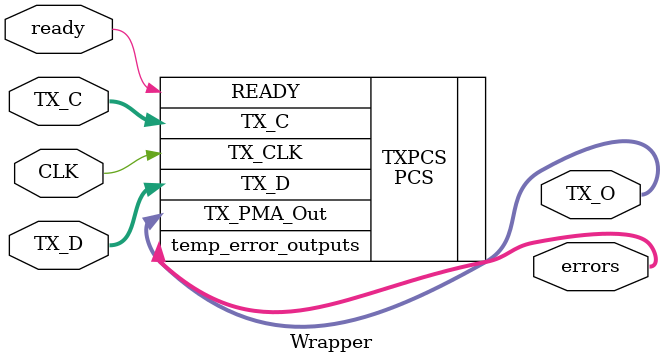
<source format=sv>

`timescale 1ns / 1ps

//////////////////////////////////////////////////////////////////////////////////
module Wrapper #
(
    parameter TX_LANES = 2,
    parameter RX_LANES = 2,
    parameter DATA_WIDTH = 64,
    parameter HEADER_WIDTH = 2,
    localparam CONTROL_WIDTH = 8,
    localparam BUS_WIDTH = (DATA_WIDTH+HEADER_WIDTH)*2
)
(
    input CLK,
    input ready,
    input [127:0] TX_D,
    input [15:0] TX_C,
    
    output [131:0] TX_O,
    output [3:0] errors
);
PCS TXPCS ( .TX_CLK(CLK), .READY(ready), 
            .TX_D(TX_D), .TX_C(TX_C),
            .TX_PMA_Out(TX_O),
            .temp_error_outputs(errors)
           );



endmodule
</source>
